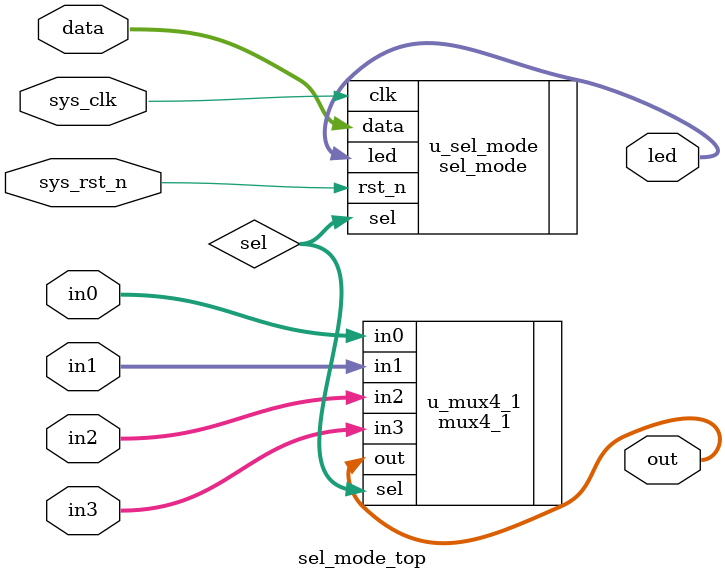
<source format=v>
module sel_mode_top(
input sys_clk,
input sys_rst_n,
input    [1:0] data,
input    [3:0] in0,in1,in2,in3,

output   [3:0] led,
output   [3:0] out
);

wire   [1:0] sel;

sel_mode u_sel_mode(
.clk (sys_clk),
.rst_n (sys_rst_n),
.data (data),
.sel (sel), 
.led (led)
);

 mux4_1 u_mux4_1(
 .out (out),
 .in0 (in0),
 .in1 (in1),
 .in2 (in2),
 .in3 (in3),
 .sel (sel));
 
 endmodule
</source>
